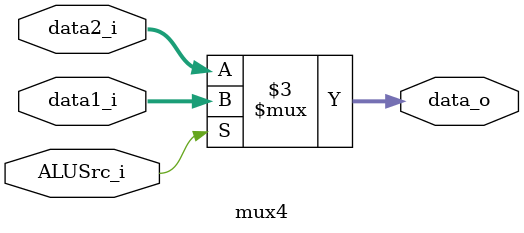
<source format=v>
module mux4(
	data1_i,
	data2_i,
	ALUSrc_i,
	data_o
);

input	[31:0]		data1_i;			
input	[31:0]		data2_i;
input				ALUSrc_i;
output reg	[31:0]	data_o;		

always@(*)begin
	if(ALUSrc_i)
		data_o = data1_i;
	else
		data_o = data2_i;
end	

endmodule
</source>
